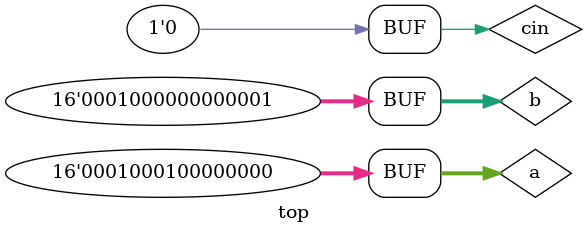
<source format=v>
`include "full-adder.v"

module top;
    reg [15:0] a, b;
    reg cin;
    wire [15:0] sum;
    wire cout;

    full_adder_16 fa_16 (sum, cout, a, b, cin);

    initial begin
        cin = 1'b0;
        a = 16'h0000; b = 16'h1111;
        #10;
        a = 16'h1100; b = 16'h1001;
    end

    initial
        $monitor ($time, " a=%h b=%h cin=%b sum=%h cout=%b", a, b, cin, sum, cout);
endmodule
</source>
